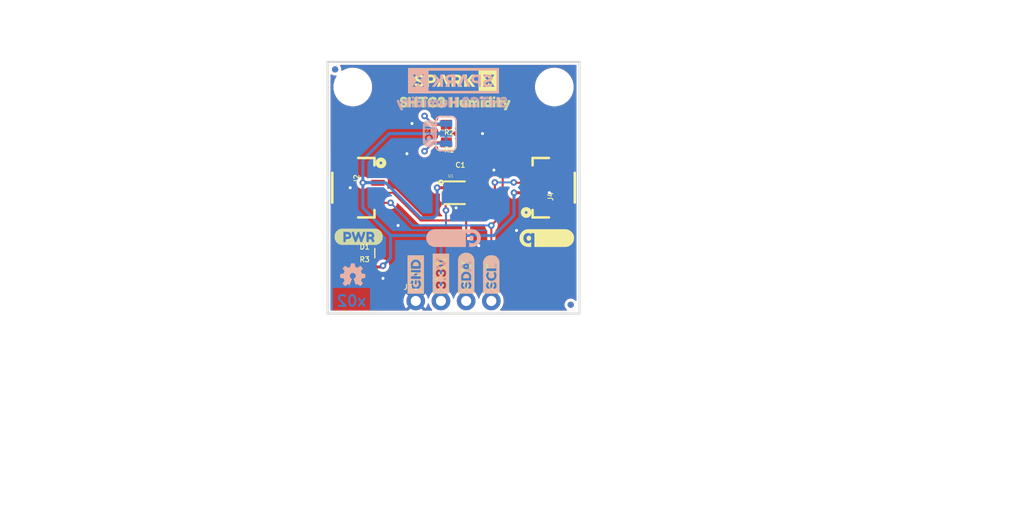
<source format=kicad_pcb>
(kicad_pcb (version 20211014) (generator pcbnew)
  (layers (0 "F.Cu" signal) (31 "B.Cu" signal) (34 "B.Paste" user) (35 "F.Paste" user) (36 "B.SilkS" user "B.Silkscreen") (37 "F.SilkS" user "F.Silkscreen") (38 "B.Mask" user) (39 "F.Mask" user) (44 "Edge.Cuts" user))
  (net 0 "")
  (net 1 "3.3V")
  (net 2 "GND")
  (net 3 "SCL")
  (net 4 "SDA")
  (net 5 "N$3")
  (net 6 "N$1")
  (net 7 "N$2")
  (footprint "eagleBoard:STAND-OFF" (layer "F.Cu") (at 158.6611 94.8436)
    (fp_text reference "JP4" hide)
    (fp_text value "STAND-OFF" hide)
    (pad "" np_thru_hole circle (at 0 0) (size 3.302 3.302) (drill 3.302) (layers *.Cu *.Mask))
  )
  (footprint "eagleBoard:1X04_1MM_RA" (layer "F.Cu") (at 156.1211 105.0036 90)
    (fp_text reference "J4" (at -1.397 2.159 90) (layer "F.SilkS") (effects (font (size 0.512064 0.512064) (thickness 0.097536)) (justify left)))
    (fp_text value "")
    (pad "1" smd rect (at -1.5 0 90) (size 0.6 1.35) (layers "F.Cu" "F.Paste" "F.Mask") (net 2 "GND"))
    (pad "2" smd rect (at -0.5 0 90) (size 0.6 1.35) (layers "F.Cu" "F.Paste" "F.Mask") (net 1 "3.3V"))
    (pad "3" smd rect (at 0.5 0 90) (size 0.6 1.35) (layers "F.Cu" "F.Paste" "F.Mask") (net 4 "SDA"))
    (pad "4" smd rect (at 1.5 0 90) (size 0.6 1.35) (layers "F.Cu" "F.Paste" "F.Mask") (net 3 "SCL"))
    (pad "NC1" smd rect (at 2.8 3.675 90) (size 1.2 2) (layers "F.Cu" "F.Paste" "F.Mask"))
    (pad "NC2" smd rect (at -2.8 3.675 90) (size 1.2 2) (layers "F.Cu" "F.Paste" "F.Mask"))
  )
  (footprint "eagleBoard:SPARKX-MEDIUM" (layer "F.Cu") (at 148.5011 94.2086)
    (fp_text reference "U$1" hide)
    (fp_text value "SPARKX-LOGO4" hide)
  )
  (footprint "eagleBoard:0603" (layer "F.Cu") (at 138.9761 113.0046)
    (fp_text reference "R3" (at 0 -0.762) (layer "F.SilkS") (effects (font (size 0.512064 0.512064) (thickness 0.097536)) (justify left)))
    (fp_text value "1k")
    (pad "1" smd rect (at -0.85 0) (size 1.1 1) (layers "F.Cu" "F.Paste" "F.Mask") (net 5 "N$3"))
    (pad "2" smd rect (at 0.85 0) (size 1.1 1) (layers "F.Cu" "F.Paste" "F.Mask") (net 1 "3.3V"))
  )
  (footprint "eagleBoard:CREATIVE_COMMONS" (layer "F.Cu") (at 123.1011 136.7536)
    (fp_text reference "FRAME1" hide)
    (fp_text value "FRAME-LETTER" hide)
  )
  (footprint "eagleBoard:STAND-OFF" (layer "F.Cu") (at 138.3411 94.8436)
    (fp_text reference "JP3" hide)
    (fp_text value "STAND-OFF" hide)
    (pad "" np_thru_hole circle (at 0 0) (size 3.302 3.302) (drill 3.302) (layers *.Cu *.Mask))
  )
  (footprint "eagleBoard:MICRO-FIDUCIAL" (layer "F.Cu") (at 136.5631 93.0656)
    (fp_text reference "JP6" hide)
    (fp_text value "FIDUCIALUFIDUCIAL" hide)
    (pad "1" smd roundrect (at 0 0) (size 0.635 0.635) (layers "F.Cu" "F.Mask") (roundrect_rratio 0.5))
  )
  (footprint "eagleBoard:SHTC3" (layer "F.Cu") (at 148.6281 105.5116)
    (fp_text reference "U1" (at -0.7 -1.7) (layer "F.SilkS") (effects (font (size 0.265938 0.265938) (thickness 0.038862)) (justify left)))
    (fp_text value "SHTC3")
    (pad "1" smd rect (at -0.925 -0.5 90) (size 0.35 0.55) (layers "F.Cu" "F.Paste" "F.Mask") (net 1 "3.3V"))
    (pad "2" smd rect (at -0.925 0.5 90) (size 0.35 0.55) (layers "F.Cu" "F.Paste" "F.Mask") (net 3 "SCL"))
    (pad "3" smd rect (at 0.925 0.5 90) (size 0.35 0.55) (layers "F.Cu" "F.Paste" "F.Mask") (net 4 "SDA"))
    (pad "4" smd rect (at 0.925 -0.5 90) (size 0.35 0.55) (layers "F.Cu" "F.Paste" "F.Mask") (net 2 "GND"))
    (pad "5" smd rect (at 0 0 270) (size 1.6 0.7) (layers "F.Cu" "F.Mask") (net 2 "GND"))
  )
  (footprint "eagleBoard:GND1" (layer "F.Cu") (at 144.6911 116.1796 90)
    (fp_text reference "U$22" hide)
    (fp_text value "" hide)
  )
  (footprint "eagleBoard:MICRO-FIDUCIAL" (layer "F.Cu") (at 160.3121 116.8146)
    (fp_text reference "JP2" hide)
    (fp_text value "FIDUCIALUFIDUCIAL" hide)
    (pad "1" smd roundrect (at 0 0) (size 0.635 0.635) (layers "F.Cu" "F.Mask") (roundrect_rratio 0.5))
  )
  (footprint "eagleBoard:3#3V2" (layer "F.Cu") (at 147.2311 116.1796 90)
    (fp_text reference "U$21" hide)
    (fp_text value "" hide)
  )
  (footprint "eagleBoard:0603" (layer "F.Cu") (at 148.6281 103.4796)
    (fp_text reference "C1" (at 0 -0.762) (layer "F.SilkS") (effects (font (size 0.512064 0.512064) (thickness 0.097536)) (justify left)))
    (fp_text value "0.1uF")
    (pad "1" smd rect (at -0.85 0) (size 1.1 1) (layers "F.Cu" "F.Paste" "F.Mask") (net 1 "3.3V"))
    (pad "2" smd rect (at 0.85 0) (size 1.1 1) (layers "F.Cu" "F.Paste" "F.Mask") (net 2 "GND"))
  )
  (footprint "eagleBoard:1X04_1MM_RA" (layer "F.Cu") (at 140.8811 105.0036 -90)
    (fp_text reference "J2" (at -1.397 2.159 90) (layer "F.SilkS") (effects (font (size 0.512064 0.512064) (thickness 0.097536)) (justify right)))
    (fp_text value "")
    (pad "1" smd rect (at -1.5 0 270) (size 0.6 1.35) (layers "F.Cu" "F.Paste" "F.Mask") (net 2 "GND"))
    (pad "2" smd rect (at -0.5 0 270) (size 0.6 1.35) (layers "F.Cu" "F.Paste" "F.Mask") (net 1 "3.3V"))
    (pad "3" smd rect (at 0.5 0 270) (size 0.6 1.35) (layers "F.Cu" "F.Paste" "F.Mask") (net 4 "SDA"))
    (pad "4" smd rect (at 1.5 0 270) (size 0.6 1.35) (layers "F.Cu" "F.Paste" "F.Mask") (net 3 "SCL"))
    (pad "NC1" smd rect (at 2.8 3.675 270) (size 1.2 2) (layers "F.Cu" "F.Paste" "F.Mask"))
    (pad "NC2" smd rect (at -2.8 3.675 270) (size 1.2 2) (layers "F.Cu" "F.Paste" "F.Mask"))
  )
  (footprint "eagleBoard:SHTC3_HUMIDITY1" (layer "F.Cu") (at 142.1511 96.3676)
    (fp_text reference "U$8" hide)
    (fp_text value "" hide)
  )
  (footprint "eagleBoard:0603" (layer "F.Cu") (at 148.6281 98.6536 180)
    (fp_text reference "R2" (at 0 -0.762) (layer "F.SilkS") (effects (font (size 0.512064 0.512064) (thickness 0.097536)) (justify right)))
    (fp_text value "2.2k")
    (pad "1" smd rect (at -0.85 0 180) (size 1.1 1) (layers "F.Cu" "F.Paste" "F.Mask") (net 4 "SDA"))
    (pad "2" smd rect (at 0.85 0 180) (size 1.1 1) (layers "F.Cu" "F.Paste" "F.Mask") (net 7 "N$2"))
  )
  (footprint "eagleBoard:1X04_NO_SILK" (layer "F.Cu") (at 144.6911 116.4336)
    (fp_text reference "J3" (at -1.27 -1.397) (layer "F.SilkS") (effects (font (size 0.512064 0.512064) (thickness 0.097536)) (justify left)))
    (fp_text value "PTH")
    (pad "1" thru_hole circle (at 0 0 90) (size 1.8796 1.8796) (drill 1.016) (layers *.Cu *.Mask) (net 2 "GND"))
    (pad "2" thru_hole circle (at 2.54 0 90) (size 1.8796 1.8796) (drill 1.016) (layers *.Cu *.Mask) (net 1 "3.3V"))
    (pad "3" thru_hole circle (at 5.08 0 90) (size 1.8796 1.8796) (drill 1.016) (layers *.Cu *.Mask) (net 4 "SDA"))
    (pad "4" thru_hole circle (at 7.62 0 90) (size 1.8796 1.8796) (drill 1.016) (layers *.Cu *.Mask) (net 3 "SCL"))
  )
  (footprint "eagleBoard:SDA8" (layer "F.Cu") (at 149.7711 116.1796 90)
    (fp_text reference "U$27" hide)
    (fp_text value "" hide)
  )
  (footprint "eagleBoard:SCL9" (layer "F.Cu") (at 152.3111 116.1796 90)
    (fp_text reference "U$26" hide)
    (fp_text value "" hide)
  )
  (footprint "eagleBoard:QWIIC_5.5MM" (layer "F.Cu") (at 157.8991 110.0836)
    (fp_text reference "U$11" hide)
    (fp_text value "" hide)
  )
  (footprint "eagleBoard:LED-0603" (layer "F.Cu") (at 138.9761 111.6076)
    (fp_text reference "D1" (at 0 -0.635) (layer "F.SilkS") (effects (font (size 0.512064 0.512064) (thickness 0.097536)) (justify left)))
    (fp_text value "RED")
    (pad "A" smd roundrect (at -0.877 0 270) (size 1 1) (layers "F.Cu" "F.Paste" "F.Mask") (roundrect_rratio 0.15) (net 5 "N$3"))
    (pad "C" smd roundrect (at 0.877 0 270) (size 1 1) (layers "F.Cu" "F.Paste" "F.Mask") (roundrect_rratio 0.15) (net 2 "GND"))
  )
  (footprint "eagleBoard:0603" (layer "F.Cu") (at 148.6281 100.4316 180)
    (fp_text reference "R1" (at 0 -0.762) (layer "F.SilkS") (effects (font (size 0.512064 0.512064) (thickness 0.097536)) (justify right)))
    (fp_text value "2.2k")
    (pad "1" smd rect (at -0.85 0 180) (size 1.1 1) (layers "F.Cu" "F.Paste" "F.Mask") (net 3 "SCL"))
    (pad "2" smd rect (at 0.85 0 180) (size 1.1 1) (layers "F.Cu" "F.Paste" "F.Mask") (net 6 "N$1"))
  )
  (footprint "eagleBoard:(PWR)" (layer "F.Cu") (at 136.4361 109.9566)
    (fp_text reference "U$10" hide)
    (fp_text value "" hide)
  )
  (footprint "eagleBoard:SHTC3_HUMIDITY1" (layer "B.Cu") (at 154.8511 96.3676 180)
    (fp_text reference "U$7" hide)
    (fp_text value "" hide)
  )
  (footprint "eagleBoard:QWIIC_5.5MM" (layer "B.Cu") (at 148.5011 110.0836 180)
    (fp_text reference "U$12" hide)
    (fp_text value "" hide)
  )
  (footprint "eagleBoard:MICRO-FIDUCIAL" (layer "B.Cu") (at 160.3121 116.8146 180)
    (fp_text reference "JP5" hide)
    (fp_text value "FIDUCIALUFIDUCIAL" hide)
    (pad "1" smd roundrect (at 0 0 180) (size 0.635 0.635) (layers "B.Cu" "B.Mask") (roundrect_rratio 0.5))
  )
  (footprint "eagleBoard:I_SUPER2_C-()-03" (layer "B.Cu") (at 146.0119 98.1202 -90)
    (fp_text reference "U$9" hide)
    (fp_text value "" hide)
  )
  (footprint "eagleBoard:SCL9" (layer "B.Cu") (at 152.3111 116.1796 90)
    (fp_text reference "U$6" hide)
    (fp_text value "" hide)
  )
  (footprint "eagleBoard:GND1" (layer "B.Cu") (at 144.6911 116.1796 90)
    (fp_text reference "U$3" hide)
    (fp_text value "" hide)
  )
  (footprint "eagleBoard:MICRO-FIDUCIAL" (layer "B.Cu") (at 136.5631 93.0656 180)
    (fp_text reference "JP1" hide)
    (fp_text value "FIDUCIALUFIDUCIAL" hide)
    (pad "1" smd roundrect (at 0 0 180) (size 0.635 0.635) (layers "B.Cu" "B.Mask") (roundrect_rratio 0.5))
  )
  (footprint "eagleBoard:SMT-JUMPER_3_2-NC_TRACE_SILK" (layer "B.Cu") (at 147.7391 99.5426 -90)
    (fp_text reference "JP7" (at 0 1.143 -270) (layer "B.SilkS") (effects (font (size 0.512064 0.512064) (thickness 0.097536)) (justify right mirror)))
    (fp_text value "JUMPER-SMT_3_2-NC_TRACE_SILK")
    (fp_poly (pts (xy 0.3048 -0.127) (xy 0.7112 -0.127) (xy 0.7112 0.127) (xy 0.3048 0.127)) (layer "B.Cu") (width 0) (fill solid))
    (fp_poly (pts (xy -0.7112 -0.127) (xy -0.3048 -0.127) (xy -0.3048 0.127) (xy -0.7112 0.127)) (layer "B.Cu") (width 0) (fill solid))
    (pad "1" smd rect (at -1.016 0 270) (size 0.635 1.27) (layers "B.Cu" "B.Mask") (net 7 "N$2"))
    (pad "2" smd rect (at 0 0 270) (size 0.635 1.27) (layers "B.Cu" "B.Mask") (net 1 "3.3V"))
    (pad "3" smd rect (at 1.016 0 270) (size 0.635 1.27) (layers "B.Cu" "B.Mask") (net 6 "N$1"))
  )
  (footprint "eagleBoard:SDA8" (layer "B.Cu") (at 149.7711 116.1796 90)
    (fp_text reference "U$5" hide)
    (fp_text value "" hide)
  )
  (footprint "eagleBoard:OSHW-LOGO-MINI" (layer "B.Cu") (at 138.3411 113.8936 180)
    (fp_text reference "LOGO1" hide)
    (fp_text value "OSHW-LOGOMINI" hide)
  )
  (footprint "eagleBoard:3#3V2" (layer "B.Cu") (at 147.2311 116.1796 90)
    (fp_text reference "U$4" hide)
    (fp_text value "" hide)
  )
  (footprint "eagleBoard:SPARKX-MEDIUM" (layer "B.Cu") (at 148.5011 94.2086 180)
    (fp_text reference "U$2" hide)
    (fp_text value "SPARKX-LOGO4" hide)
  )
  (gr_line (start 135.8011 117.7036) (end 135.8011 92.3036) (layer "Edge.Cuts") (width 0.2032))
  (gr_line (start 161.2011 92.3036) (end 161.2011 117.7036) (layer "Edge.Cuts") (width 0.2032))
  (gr_line (start 135.8011 92.3036) (end 161.2011 92.3036) (layer "Edge.Cuts") (width 0.2032))
  (gr_line (start 161.2011 117.7036) (end 135.8011 117.7036) (layer "Edge.Cuts") (width 0.2032))
  (gr_text "x02" (at 138.2141 116.4336) (layer "B.Cu") (effects (font (size 1.0795 1.0795) (thickness 0.1905)) (justify mirror)))
  (segment (start 154.5971 105.5116) (end 156.1131 105.5116) (width 0.3048) (layer "F.Cu") (net 1))
  (segment (start 147.7031 105.0116) (end 147.7781 104.9366) (width 0.3048) (layer "F.Cu") (net 1))
  (segment (start 141.2621 113.0046) (end 141.3891 112.8776) (width 0.3048) (layer "F.Cu") (net 1))
  (segment (start 139.3571 104.4956) (end 140.8731 104.4956) (width 0.3048) (layer "F.Cu") (net 1))
  (segment (start 146.8581 105.0116) (end 146.8501 105.0036) (width 0.3048) (layer "F.Cu") (net 1))
  (segment (start 147.7781 104.9366) (end 147.7781 103.4796) (width 0.3048) (layer "F.Cu") (net 1))
  (segment (start 156.1131 105.5116) (end 156.1211 105.5036) (width 0.3048) (layer "F.Cu") (net 1))
  (segment (start 140.8731 104.4956) (end 140.8811 104.5036) (width 0.3048) (layer "F.Cu") (net 1))
  (segment (start 139.8261 113.0046) (end 141.2621 113.0046) (width 0.3048) (layer "F.Cu") (net 1))
  (segment (start 147.7031 105.0116) (end 146.8581 105.0116) (width 0.3048) (layer "F.Cu") (net 1))
  (via (at 146.8501 105.0036) (size 0.6604) (drill 0.3048) (layers "F.Cu" "B.Cu") (net 1))
  (via (at 139.3571 104.4956) (size 0.6604) (drill 0.3048) (layers "F.Cu" "B.Cu") (net 1))
  (via (at 154.5971 105.5116) (size 0.6604) (drill 0.3048) (layers "F.Cu" "B.Cu") (net 1))
  (via (at 141.3891 112.8776) (size 0.6604) (drill 0.3048) (layers "F.Cu" "B.Cu") (net 1))
  (segment (start 139.3571 107.0356) (end 139.3571 104.4956) (width 0.3048) (layer "B.Cu") (net 1))
  (segment (start 147.2311 116.4336) (end 147.2311 109.8296) (width 0.3048) (layer "B.Cu") (net 1))
  (segment (start 146.8501 107.6706) (end 146.4691 108.0516) (width 0.3048) (layer "B.Cu") (net 1))
  (segment (start 139.3571 104.4956) (end 139.3571 102.2096) (width 0.3048) (layer "B.Cu") (net 1))
  (segment (start 142.0241 99.5426) (end 147.7391 99.5426) (width 0.3048) (layer "B.Cu") (net 1))
  (segment (start 147.2311 109.8296) (end 142.1511 109.8296) (width 0.3048) (layer "B.Cu") (net 1))
  (segment (start 147.2311 109.8296) (end 152.5651 109.8296) (width 0.3048) (layer "B.Cu") (net 1))
  (segment (start 152.5651 109.8296) (end 154.5971 107.7976) (width 0.3048) (layer "B.Cu") (net 1))
  (segment (start 139.3571 102.2096) (end 142.0241 99.5426) (width 0.3048) (layer "B.Cu") (net 1))
  (segment (start 141.6431 104.4956) (end 139.3571 104.4956) (width 0.3048) (layer "B.Cu") (net 1))
  (segment (start 142.1511 109.8296) (end 139.3571 107.0356) (width 0.3048) (layer "B.Cu") (net 1))
  (segment (start 145.1991 108.0516) (end 141.6431 104.4956) (width 0.3048) (layer "B.Cu") (net 1))
  (segment (start 142.1511 112.1156) (end 142.1511 109.8296) (width 0.3048) (layer "B.Cu") (net 1))
  (segment (start 141.3891 112.8776) (end 142.1511 112.1156) (width 0.3048) (layer "B.Cu") (net 1))
  (segment (start 146.8501 105.0036) (end 146.8501 107.6706) (width 0.3048) (layer "B.Cu") (net 1))
  (segment (start 146.4691 108.0516) (end 145.1991 108.0516) (width 0.3048) (layer "B.Cu") (net 1))
  (segment (start 154.5971 107.7976) (end 154.5971 105.5116) (width 0.3048) (layer "B.Cu") (net 1))
  (segment (start 149.1281 105.0116) (end 149.5531 105.0116) (width 0.2032) (layer "F.Cu") (net 2))
  (segment (start 148.6281 105.5116) (end 149.1281 105.0116) (width 0.2032) (layer "F.Cu") (net 2))
  (via (at 158.1531 105.5116) (size 0.6604) (drill 0.3048) (layers "F.Cu" "B.Cu") (net 2))
  (via (at 151.4221 99.5426) (size 0.6604) (drill 0.3048) (layers "F.Cu" "B.Cu") (net 2))
  (via (at 154.8511 109.3216) (size 0.6604) (drill 0.3048) (layers "F.Cu" "B.Cu") (net 2))
  (via (at 148.7551 107.0356) (size 0.6604) (drill 0.3048) (layers "F.Cu" "B.Cu") (net 2))
  (via (at 141.3891 114.1476) (size 0.6604) (drill 0.3048) (layers "F.Cu" "B.Cu") (net 2))
  (via (at 144.3101 98.5266) (size 0.6604) (drill 0.3048) (layers "F.Cu" "B.Cu") (net 2))
  (via (at 152.5651 103.2256) (size 0.6604) (drill 0.3048) (layers "F.Cu" "B.Cu") (net 2))
  (via (at 151.0411 110.8456) (size 0.6604) (drill 0.3048) (layers "F.Cu" "B.Cu") (net 2))
  (via (at 142.9131 108.8136) (size 0.6604) (drill 0.3048) (layers "F.Cu" "B.Cu") (net 2))
  (via (at 143.8021 101.5746) (size 0.6604) (drill 0.3048) (layers "F.Cu" "B.Cu") (net 2))
  (via (at 138.0871 105.0036) (size 0.6604) (drill 0.3048) (layers "F.Cu" "B.Cu") (net 2))
  (segment (start 147.7031 106.0116) (end 147.7031 107.2536) (width 0.2032) (layer "F.Cu") (net 3))
  (segment (start 154.8511 100.4316) (end 149.4781 100.4316) (width 0.2032) (layer "F.Cu") (net 3))
  (segment (start 156.1211 103.5036) (end 153.8351 103.5036) (width 0.2032) (layer "F.Cu") (net 3))
  (segment (start 156.1211 103.5036) (end 156.1211 101.7016) (width 0.2032) (layer "F.Cu") (net 3))
  (segment (start 147.7031 107.2536) (end 147.7391 107.2896) (width 0.2032) (layer "F.Cu") (net 3))
  (segment (start 153.4541 107.6706) (end 152.3111 108.8136) (width 0.2032) (layer "F.Cu") (net 3))
  (segment (start 153.8351 103.5036) (end 153.4541 103.8846) (width 0.2032) (layer "F.Cu") (net 3))
  (segment (start 140.9051 106.5276) (end 140.8811 106.5036) (width 0.254) (layer "F.Cu") (net 3))
  (segment (start 142.1511 106.5276) (end 140.9051 106.5276) (width 0.2032) (layer "F.Cu") (net 3))
  (segment (start 152.3111 116.4336) (end 152.3111 108.8136) (width 0.2032) (layer "F.Cu") (net 3))
  (segment (start 153.4541 103.8846) (end 153.4541 107.6706) (width 0.2032) (layer "F.Cu") (net 3))
  (segment (start 156.1211 101.7016) (end 154.8511 100.4316) (width 0.2032) (layer "F.Cu") (net 3))
  (via (at 147.7391 107.2896) (size 0.6604) (drill 0.3048) (layers "F.Cu" "B.Cu") (net 3))
  (via (at 142.1511 106.5276) (size 0.6604) (drill 0.3048) (layers "F.Cu" "B.Cu") (net 3))
  (via (at 152.3111 108.8136) (size 0.6604) (drill 0.3048) (layers "F.Cu" "B.Cu") (net 3))
  (segment (start 144.4371 108.8136) (end 142.1511 106.5276) (width 0.2032) (layer "B.Cu") (net 3))
  (segment (start 147.7391 108.8136) (end 144.4371 108.8136) (width 0.2032) (layer "B.Cu") (net 3))
  (segment (start 152.3111 108.8136) (end 147.7391 108.8136) (width 0.2032) (layer "B.Cu") (net 3))
  (segment (start 147.7391 107.2896) (end 147.7391 108.8136) (width 0.2032) (layer "B.Cu") (net 3))
  (segment (start 157.6451 104.2416) (end 157.3831 104.5036) (width 0.2032) (layer "F.Cu") (net 4))
  (segment (start 149.5531 106.0116) (end 149.5171 106.0476) (width 0.2032) (layer "F.Cu") (net 4))
  (segment (start 149.4781 98.6536) (end 155.1051 98.6536) (width 0.2032) (layer "F.Cu") (net 4))
  (segment (start 155.1051 98.6536) (end 157.6451 101.1936) (width 0.2032) (layer "F.Cu") (net 4))
  (segment (start 156.1211 104.5036) (end 154.6051 104.5036) (width 0.2032) (layer "F.Cu") (net 4))
  (segment (start 151.5491 108.3056) (end 149.7711 108.3056) (width 0.2032) (layer "F.Cu") (net 4))
  (segment (start 157.3831 104.5036) (end 156.1211 104.5036) (width 0.2032) (layer "F.Cu") (net 4))
  (segment (start 149.7711 116.4336) (end 149.7711 108.3056) (width 0.2032) (layer "F.Cu") (net 4))
  (segment (start 157.6451 101.1936) (end 157.6451 104.2416) (width 0.2032) (layer "F.Cu") (net 4))
  (segment (start 149.5171 106.0476) (end 149.5171 108.3056) (width 0.2032) (layer "F.Cu") (net 4))
  (segment (start 149.5171 108.3056) (end 145.1991 108.3056) (width 0.2032) (layer "F.Cu") (net 4))
  (segment (start 142.4051 105.5116) (end 140.8891 105.5116) (width 0.2032) (layer "F.Cu") (net 4))
  (segment (start 152.6667 107.188) (end 151.5491 108.3056) (width 0.2032) (layer "F.Cu") (net 4))
  (segment (start 149.7711 108.3056) (end 149.5171 108.3056) (width 0.2032) (layer "F.Cu") (net 4))
  (segment (start 154.6051 104.5036) (end 154.5717 104.4702) (width 0.2032) (layer "F.Cu") (net 4))
  (segment (start 152.6667 104.4702) (end 152.6667 107.188) (width 0.2032) (layer "F.Cu") (net 4))
  (segment (start 145.1991 108.3056) (end 142.4051 105.5116) (width 0.2032) (layer "F.Cu") (net 4))
  (segment (start 140.8891 105.5116) (end 140.8811 105.5036) (width 0.254) (layer "F.Cu") (net 4))
  (via (at 152.6667 104.4702) (size 0.6604) (drill 0.3048) (layers "F.Cu" "B.Cu") (net 4))
  (via (at 154.5717 104.4702) (size 0.6604) (drill 0.3048) (layers "F.Cu" "B.Cu") (net 4))
  (segment (start 154.5717 104.4702) (end 152.6667 104.4702) (width 0.2032) (layer "B.Cu") (net 4))
  (segment (start 138.1261 111.6346) (end 138.0991 111.6076) (width 0.254) (layer "F.Cu") (net 5))
  (segment (start 138.1261 113.0046) (end 138.1261 111.6346) (width 0.2032) (layer "F.Cu") (net 5))
  (segment (start 146.4691 100.4316) (end 145.5801 101.3206) (width 0.2032) (layer "F.Cu") (net 6))
  (segment (start 147.7781 100.4316) (end 146.4691 100.4316) (width 0.2032) (layer "F.Cu") (net 6))
  (via (at 145.5801 101.3206) (size 0.6604) (drill 0.3048) (layers "F.Cu" "B.Cu") (net 6))
  (segment (start 145.5801 101.3206) (end 146.3421 100.5586) (width 0.2032) (layer "B.Cu") (net 6))
  (segment (start 146.3421 100.5586) (end 147.7391 100.5586) (width 0.2032) (layer "B.Cu") (net 6))
  (segment (start 146.4691 98.6536) (end 147.7781 98.6536) (width 0.2032) (layer "F.Cu") (net 7))
  (segment (start 145.5801 97.7646) (end 146.4691 98.6536) (width 0.2032) (layer "F.Cu") (net 7))
  (via (at 145.5801 97.7646) (size 0.6604) (drill 0.3048) (layers "F.Cu" "B.Cu") (net 7))
  (segment (start 147.7391 98.5266) (end 146.3421 98.5266) (width 0.2032) (layer "B.Cu") (net 7))
  (segment (start 146.3421 98.5266) (end 145.5801 97.7646) (width 0.2032) (layer "B.Cu") (net 7))
  (zone (net 2) (net_name "GND") (layer "F.Cu") (priority 6) (connect_pads (clearance 0.3048)) (min_thickness 0.127) (fill yes (thermal_gap 0.304) (thermal_bridge_width 0.304))
    (polygon (pts (xy 161.3281 117.8306) (xy 135.6741 117.8306) (xy 135.6741 92.1766) (xy 161.3281 92.1766)))
  )
  (zone (net 2) (net_name "GND") (layer "B.Cu") (priority 6) (connect_pads (clearance 0.3048)) (min_thickness 0.127) (fill yes (thermal_gap 0.304) (thermal_bridge_width 0.304))
    (polygon (pts (xy 161.3281 117.8306) (xy 135.6741 117.8306) (xy 135.6741 92.1766) (xy 161.3281 92.1766)))
  )
)
</source>
